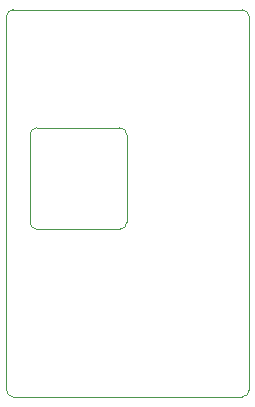
<source format=gbr>
%TF.GenerationSoftware,KiCad,Pcbnew,9.0.0*%
%TF.CreationDate,2025-02-28T18:37:17+01:00*%
%TF.ProjectId,C-Audio HV-CCS,432d4175-6469-46f2-9048-562d4343532e,rev?*%
%TF.SameCoordinates,Original*%
%TF.FileFunction,Profile,NP*%
%FSLAX46Y46*%
G04 Gerber Fmt 4.6, Leading zero omitted, Abs format (unit mm)*
G04 Created by KiCad (PCBNEW 9.0.0) date 2025-02-28 18:37:17*
%MOMM*%
%LPD*%
G01*
G04 APERTURE LIST*
%TA.AperFunction,Profile*%
%ADD10C,0.050000*%
%TD*%
G04 APERTURE END LIST*
D10*
X139000000Y-104000000D02*
G75*
G02*
X138400000Y-103400000I0J600000D01*
G01*
X136400000Y-86000000D02*
X136400000Y-117600000D01*
X146000000Y-95400000D02*
G75*
G02*
X146600000Y-96000000I0J-600000D01*
G01*
X137000000Y-118200000D02*
X156350000Y-118200000D01*
X136400000Y-86000000D02*
G75*
G02*
X137000000Y-85400000I600000J0D01*
G01*
X138400000Y-96000000D02*
G75*
G02*
X139000000Y-95400000I600000J0D01*
G01*
X138400000Y-103400000D02*
X138400000Y-96000000D01*
X139000000Y-104000000D02*
X146000000Y-104000000D01*
X146600000Y-103400000D02*
G75*
G02*
X146000000Y-104000000I-600000J0D01*
G01*
X156350820Y-85400000D02*
G75*
G02*
X156950800Y-86000000I-20J-600000D01*
G01*
X146000000Y-95400000D02*
X139000000Y-95400000D01*
X156350820Y-85400000D02*
X137000000Y-85400000D01*
X137000000Y-118200000D02*
G75*
G02*
X136400000Y-117600000I0J600000D01*
G01*
X156950000Y-117600000D02*
X156950820Y-86000000D01*
X156950000Y-117600000D02*
G75*
G02*
X156350000Y-118200000I-600000J0D01*
G01*
X146600000Y-103400000D02*
X146600000Y-96000000D01*
M02*

</source>
